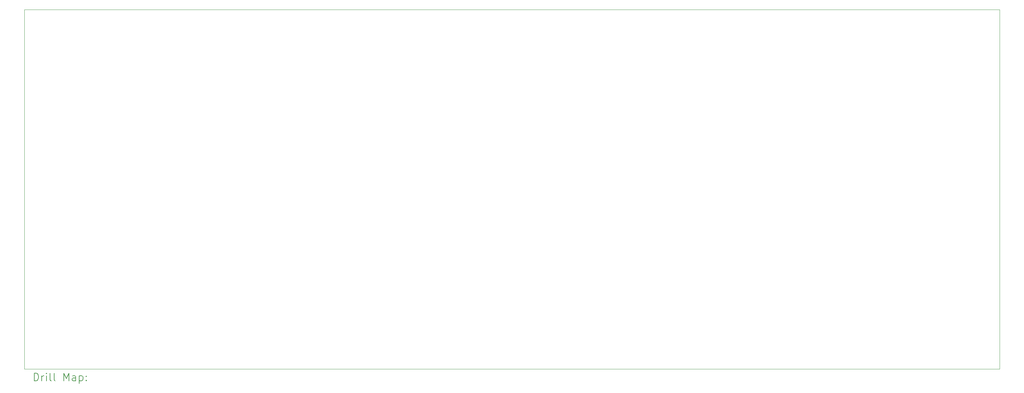
<source format=gbr>
%TF.GenerationSoftware,KiCad,Pcbnew,8.0.5*%
%TF.CreationDate,2024-12-08T15:38:28-05:00*%
%TF.ProjectId,Cribbage,43726962-6261-4676-952e-6b696361645f,rev?*%
%TF.SameCoordinates,Original*%
%TF.FileFunction,Drillmap*%
%TF.FilePolarity,Positive*%
%FSLAX45Y45*%
G04 Gerber Fmt 4.5, Leading zero omitted, Abs format (unit mm)*
G04 Created by KiCad (PCBNEW 8.0.5) date 2024-12-08 15:38:28*
%MOMM*%
%LPD*%
G01*
G04 APERTURE LIST*
%ADD10C,0.050000*%
%ADD11C,0.200000*%
G04 APERTURE END LIST*
D10*
X2000000Y-1955000D02*
X27750000Y-1955000D01*
X27750000Y-11455000D01*
X2000000Y-11455000D01*
X2000000Y-1955000D01*
D11*
X2258277Y-11768984D02*
X2258277Y-11568984D01*
X2258277Y-11568984D02*
X2305896Y-11568984D01*
X2305896Y-11568984D02*
X2334467Y-11578508D01*
X2334467Y-11578508D02*
X2353515Y-11597555D01*
X2353515Y-11597555D02*
X2363039Y-11616603D01*
X2363039Y-11616603D02*
X2372563Y-11654698D01*
X2372563Y-11654698D02*
X2372563Y-11683269D01*
X2372563Y-11683269D02*
X2363039Y-11721365D01*
X2363039Y-11721365D02*
X2353515Y-11740412D01*
X2353515Y-11740412D02*
X2334467Y-11759460D01*
X2334467Y-11759460D02*
X2305896Y-11768984D01*
X2305896Y-11768984D02*
X2258277Y-11768984D01*
X2458277Y-11768984D02*
X2458277Y-11635650D01*
X2458277Y-11673746D02*
X2467801Y-11654698D01*
X2467801Y-11654698D02*
X2477324Y-11645174D01*
X2477324Y-11645174D02*
X2496372Y-11635650D01*
X2496372Y-11635650D02*
X2515420Y-11635650D01*
X2582086Y-11768984D02*
X2582086Y-11635650D01*
X2582086Y-11568984D02*
X2572563Y-11578508D01*
X2572563Y-11578508D02*
X2582086Y-11588031D01*
X2582086Y-11588031D02*
X2591610Y-11578508D01*
X2591610Y-11578508D02*
X2582086Y-11568984D01*
X2582086Y-11568984D02*
X2582086Y-11588031D01*
X2705896Y-11768984D02*
X2686848Y-11759460D01*
X2686848Y-11759460D02*
X2677324Y-11740412D01*
X2677324Y-11740412D02*
X2677324Y-11568984D01*
X2810658Y-11768984D02*
X2791610Y-11759460D01*
X2791610Y-11759460D02*
X2782086Y-11740412D01*
X2782086Y-11740412D02*
X2782086Y-11568984D01*
X3039229Y-11768984D02*
X3039229Y-11568984D01*
X3039229Y-11568984D02*
X3105896Y-11711841D01*
X3105896Y-11711841D02*
X3172562Y-11568984D01*
X3172562Y-11568984D02*
X3172562Y-11768984D01*
X3353515Y-11768984D02*
X3353515Y-11664222D01*
X3353515Y-11664222D02*
X3343991Y-11645174D01*
X3343991Y-11645174D02*
X3324943Y-11635650D01*
X3324943Y-11635650D02*
X3286848Y-11635650D01*
X3286848Y-11635650D02*
X3267801Y-11645174D01*
X3353515Y-11759460D02*
X3334467Y-11768984D01*
X3334467Y-11768984D02*
X3286848Y-11768984D01*
X3286848Y-11768984D02*
X3267801Y-11759460D01*
X3267801Y-11759460D02*
X3258277Y-11740412D01*
X3258277Y-11740412D02*
X3258277Y-11721365D01*
X3258277Y-11721365D02*
X3267801Y-11702317D01*
X3267801Y-11702317D02*
X3286848Y-11692793D01*
X3286848Y-11692793D02*
X3334467Y-11692793D01*
X3334467Y-11692793D02*
X3353515Y-11683269D01*
X3448753Y-11635650D02*
X3448753Y-11835650D01*
X3448753Y-11645174D02*
X3467801Y-11635650D01*
X3467801Y-11635650D02*
X3505896Y-11635650D01*
X3505896Y-11635650D02*
X3524943Y-11645174D01*
X3524943Y-11645174D02*
X3534467Y-11654698D01*
X3534467Y-11654698D02*
X3543991Y-11673746D01*
X3543991Y-11673746D02*
X3543991Y-11730888D01*
X3543991Y-11730888D02*
X3534467Y-11749936D01*
X3534467Y-11749936D02*
X3524943Y-11759460D01*
X3524943Y-11759460D02*
X3505896Y-11768984D01*
X3505896Y-11768984D02*
X3467801Y-11768984D01*
X3467801Y-11768984D02*
X3448753Y-11759460D01*
X3629705Y-11749936D02*
X3639229Y-11759460D01*
X3639229Y-11759460D02*
X3629705Y-11768984D01*
X3629705Y-11768984D02*
X3620182Y-11759460D01*
X3620182Y-11759460D02*
X3629705Y-11749936D01*
X3629705Y-11749936D02*
X3629705Y-11768984D01*
X3629705Y-11645174D02*
X3639229Y-11654698D01*
X3639229Y-11654698D02*
X3629705Y-11664222D01*
X3629705Y-11664222D02*
X3620182Y-11654698D01*
X3620182Y-11654698D02*
X3629705Y-11645174D01*
X3629705Y-11645174D02*
X3629705Y-11664222D01*
M02*

</source>
